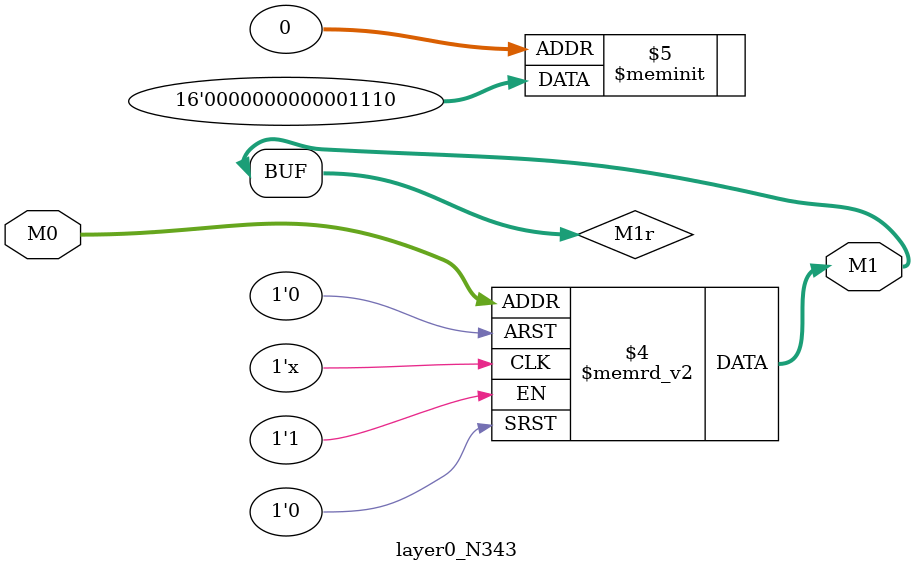
<source format=v>
module layer0_N343 ( input [2:0] M0, output [1:0] M1 );

	(*rom_style = "distributed" *) reg [1:0] M1r;
	assign M1 = M1r;
	always @ (M0) begin
		case (M0)
			3'b000: M1r = 2'b10;
			3'b100: M1r = 2'b00;
			3'b010: M1r = 2'b00;
			3'b110: M1r = 2'b00;
			3'b001: M1r = 2'b11;
			3'b101: M1r = 2'b00;
			3'b011: M1r = 2'b00;
			3'b111: M1r = 2'b00;

		endcase
	end
endmodule

</source>
